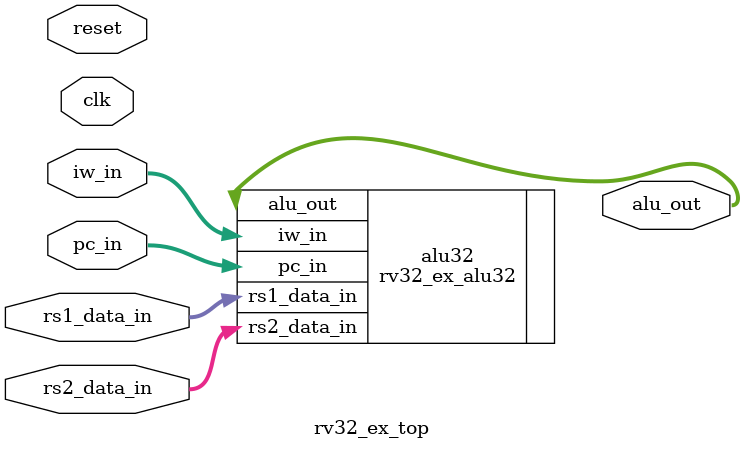
<source format=sv>
`timescale 1ns / 1ps

// refrences
//  - ISA details: https://msyksphinz-self.github.io/riscv-isadoc/html/rvi.html#sb
//  - ISA excel sheet made by Jason Losh

`define DEFAULT_COMBO_STATE alu_A <= 0; \
    alu_B <= 0; \
    alu_sub <= 0; \
    alu_out_buffer <= 0; 

module rv32_ex_top(
        // system clock and synchronous reset
        input clk,
        input reset,
        
        // from id
        input [31:0] pc_in,
        input [31:0] iw_in,         // instruction word
        input signed [31:0] rs1_data_in,
        input signed [31:0] rs2_data_in,
        
        // to mem
        output reg [31:0] alu_out
    );
    

    rv32_ex_alu32 alu32 (
        // from id
        .pc_in(pc_in),
        .iw_in(iw_in),
        .rs1_data_in(rs1_data_in),
        .rs2_data_in(rs2_data_in),
        
        // to mem
        .alu_out(alu_out)
    );
endmodule

</source>
